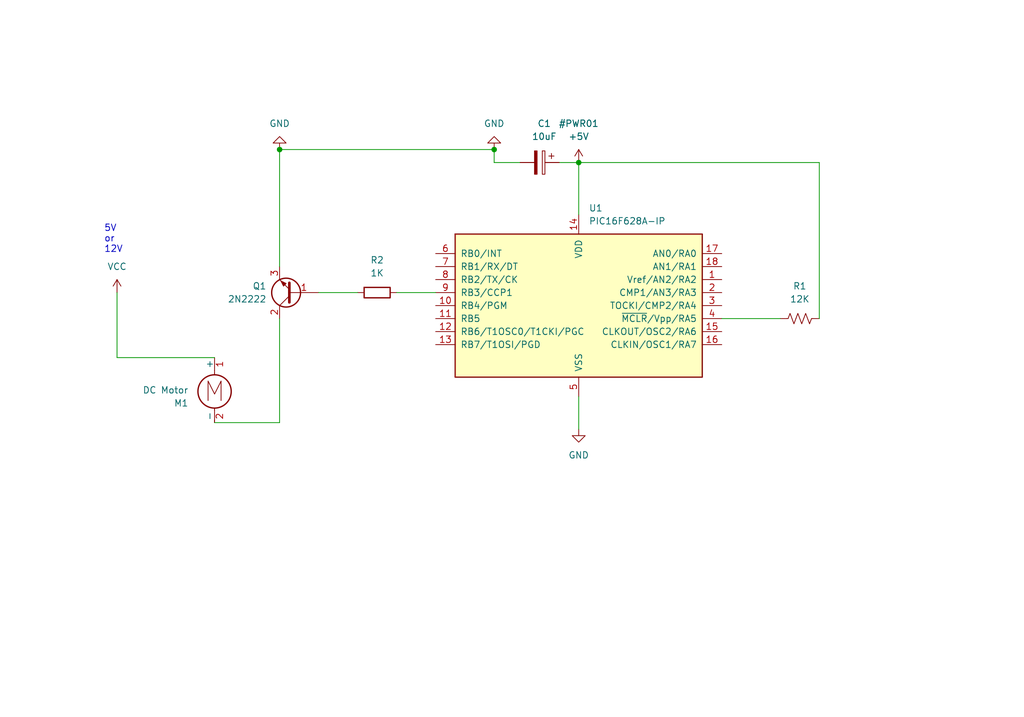
<source format=kicad_sch>
(kicad_sch (version 20230121) (generator eeschema)
  (paper "User" 200 140.005)
  (title_block (title "Basic DC motor Speed Controll with PIC16F628A") (company "Ricardo Lima Caratti"))
  (lib_symbols
    (symbol "Device:C_Polarized" (pin_numbers hide) (pin_names (offset 0.254))
      (property "Reference" "C" (at 0.635 2.54 0))
      (property "Value" "C_Polarized" (at 0.635 -2.54 0))
      (symbol "C_Polarized_0_1"
        (rectangle (start -2.286 0.508) (end 2.286 1.016))
        (polyline (pts (xy -1.778 2.286) (xy -0.762 2.286)))
        (polyline (pts (xy -1.27 2.794) (xy -1.27 1.778)))
        (rectangle (start 2.286 -0.508) (end -2.286 -1.016) (fill (type outline)))
      )
      (symbol "C_Polarized_1_1"
        (pin passive line (at 0 3.81 270) (length 2.794) (name "~") (number "1"))
        (pin passive line (at 0 -3.81 90) (length 2.794) (name "~") (number "2"))
      )
    )
    (symbol "Device:Q_NPN_BCE" (pin_names (offset 0) hide)
      (property "Reference" "Q" (at 5.08 1.27 0))
      (property "Value" "Q_NPN_BCE" (at 5.08 -1.27 0))
      (symbol "Q_NPN_BCE_0_1"
        (polyline (pts (xy 0.635 0.635) (xy 2.54 2.54)))
        (polyline (pts (xy 0.635 -0.635) (xy 2.54 -2.54) (xy 2.54 -2.54)))
        (polyline (pts (xy 0.635 1.905) (xy 0.635 -1.905) (xy 0.635 -1.905)) (stroke (width 0.508)))
        (polyline (pts (xy 1.27 -1.778) (xy 1.778 -1.27) (xy 2.286 -2.286) (xy 1.27 -1.778) (xy 1.27 -1.778)) (fill (type outline)))
        (circle (center 1.27 0) (radius 2.8194) (stroke (width 0.254)))
      )
      (symbol "Q_NPN_BCE_1_1"
        (pin input line (at -5.08 0 0) (length 5.715) (name "B") (number "1"))
        (pin passive line (at 2.54 5.08 270) (length 2.54) (name "C") (number "2"))
        (pin passive line (at 2.54 -5.08 90) (length 2.54) (name "E") (number "3"))
      )
    )
    (symbol "Device:R" (pin_numbers hide) (pin_names (offset 0))
      (property "Reference" "R" (at 2.032 0 90))
      (property "Value" "R" (at 0 0 90))
      (symbol "R_0_1"
        (rectangle (start -1.016 -2.54) (end 1.016 2.54) (stroke (width 0.254)))
      )
      (symbol "R_1_1"
        (pin passive line (at 0 3.81 270) (length 1.27) (name "~") (number "1"))
        (pin passive line (at 0 -3.81 90) (length 1.27) (name "~") (number "2"))
      )
    )
    (symbol "Device:R_US" (pin_numbers hide) (pin_names (offset 0))
      (property "Reference" "R" (at 2.54 0 90))
      (property "Value" "R_US" (at -2.54 0 90))
      (symbol "R_US_0_1"
        (polyline (pts (xy 0 -2.286) (xy 0 -2.54)))
        (polyline (pts (xy 0 2.286) (xy 0 2.54)))
        (polyline (pts (xy 0 -0.762) (xy 1.016 -1.143) (xy 0 -1.524) (xy -1.016 -1.905) (xy 0 -2.286)))
        (polyline (pts (xy 0 0.762) (xy 1.016 0.381) (xy 0 0) (xy -1.016 -0.381) (xy 0 -0.762)))
        (polyline (pts (xy 0 2.286) (xy 1.016 1.905) (xy 0 1.524) (xy -1.016 1.143) (xy 0 0.762)))
      )
      (symbol "R_US_1_1"
        (pin passive line (at 0 3.81 270) (length 1.27) (name "~") (number "1"))
        (pin passive line (at 0 -3.81 90) (length 1.27) (name "~") (number "2"))
      )
    )
    (symbol "MCU_Microchip_PIC16:PIC16F628A-IP" (pin_names (offset 1.016))
      (property "Reference" "U" (at -24.13 17.78 0))
      (property "Value" "PIC16F628A-IP" (at -24.13 15.24 0))
      (symbol "PIC16F628A-IP_0_1"
        (rectangle (start 24.13 13.97) (end -24.13 -13.97) (stroke (width 0.254)) (fill (type background)))
      )
      (symbol "PIC16F628A-IP_1_1"
        (pin bidirectional line (at 27.94 5.08 180) (length 3.81) (name "Vref/AN2/RA2") (number "1"))
        (pin bidirectional line (at -27.94 0 0) (length 3.81) (name "RB4/PGM") (number "10"))
        (pin bidirectional line (at -27.94 -2.54 0) (length 3.81) (name "RB5") (number "11"))
        (pin bidirectional line (at -27.94 -5.08 0) (length 3.81) (name "RB6/T1OSC0/T1CKI/PGC") (number "12"))
        (pin bidirectional line (at -27.94 -7.62 0) (length 3.81) (name "RB7/T1OSI/PGD") (number "13"))
        (pin power_in line (at 0 17.78 270) (length 3.81) (name "VDD") (number "14"))
        (pin bidirectional line (at 27.94 -5.08 180) (length 3.81) (name "CLKOUT/OSC2/RA6") (number "15"))
        (pin bidirectional line (at 27.94 -7.62 180) (length 3.81) (name "CLKIN/OSC1/RA7") (number "16"))
        (pin bidirectional line (at 27.94 10.16 180) (length 3.81) (name "AN0/RA0") (number "17"))
        (pin bidirectional line (at 27.94 7.62 180) (length 3.81) (name "AN1/RA1") (number "18"))
        (pin bidirectional line (at 27.94 2.54 180) (length 3.81) (name "CMP1/AN3/RA3") (number "2"))
        (pin bidirectional line (at 27.94 0 180) (length 3.81) (name "TOCKI/CMP2/RA4") (number "3"))
        (pin input line (at 27.94 -2.54 180) (length 3.81) (name "~{MCLR}/Vpp/RA5") (number "4"))
        (pin power_in line (at 0 -17.78 90) (length 3.81) (name "VSS") (number "5"))
        (pin bidirectional line (at -27.94 10.16 0) (length 3.81) (name "RB0/INT") (number "6"))
        (pin bidirectional line (at -27.94 7.62 0) (length 3.81) (name "RB1/RX/DT") (number "7"))
        (pin bidirectional line (at -27.94 5.08 0) (length 3.81) (name "RB2/TX/CK") (number "8"))
        (pin bidirectional line (at -27.94 2.54 0) (length 3.81) (name "RB3/CCP1") (number "9"))
      )
    )
    (symbol "Motor:Motor_DC" (pin_names (offset 0))
      (property "Reference" "M" (at 2.54 2.54 0))
      (property "Value" "Motor_DC" (at 2.54 -5.08 0))
      (symbol "Motor_DC_0_0"
        (polyline (pts (xy -1.27 -3.302) (xy -1.27 0.508) (xy 0 -2.032) (xy 1.27 0.508) (xy 1.27 -3.302)))
      )
      (symbol "Motor_DC_0_1"
        (circle (center 0 -1.524) (radius 3.2512) (stroke (width 0.254)))
        (polyline (pts (xy 0 -7.62) (xy 0 -7.112)))
        (polyline (pts (xy 0 -4.7752) (xy 0 -5.1816)))
        (polyline (pts (xy 0 1.7272) (xy 0 2.0828)))
        (polyline (pts (xy 0 2.032) (xy 0 2.54)))
      )
      (symbol "Motor_DC_1_1"
        (pin passive line (at 0 5.08 270) (length 2.54) (name "+") (number "1"))
        (pin passive line (at 0 -7.62 90) (length 2.54) (name "-") (number "2"))
      )
    )
    (symbol "power:+5V" (power) (pin_names (offset 0))
      (property "Value" "+5V" (at 0 3.556 0))
      (symbol "+5V_0_1"
        (polyline (pts (xy -0.762 1.27) (xy 0 2.54)))
        (polyline (pts (xy 0 0) (xy 0 2.54)))
        (polyline (pts (xy 0 2.54) (xy 0.762 1.27)))
      )
      (symbol "+5V_1_1"
        (pin power_in line (at 0 0 90) (length 0) hide (name "+5V") (number "1"))
      )
    )
    (symbol "power:GND" (power) (pin_names (offset 0))
      (property "Value" "GND" (at 0 -3.81 0))
      (symbol "GND_0_1"
        (polyline (pts (xy 0 0) (xy 0 -1.27) (xy 1.27 -1.27) (xy 0 -2.54) (xy -1.27 -1.27) (xy 0 -1.27)))
      )
      (symbol "GND_1_1"
        (pin power_in line (at 0 0 270) (length 0) hide (name "GND") (number "1"))
      )
    )
    (symbol "power:VCC" (power) (pin_names (offset 0))
      (property "Value" "VCC" (at 0 3.81 0))
      (symbol "VCC_0_1"
        (polyline (pts (xy -0.762 1.27) (xy 0 2.54)))
        (polyline (pts (xy 0 0) (xy 0 2.54)))
        (polyline (pts (xy 0 2.54) (xy 0.762 1.27)))
      )
      (symbol "VCC_1_1"
        (pin power_in line (at 0 0 90) (length 0) hide (name "VCC") (number "1"))
      )
    )
  )
  (junction (at 54.61 29.21))
  (junction (at 113.03 31.75))
  (junction (at 96.52 29.21))
  (wire (pts (xy 22.86 57.15) (xy 22.86 69.85)))
  (wire (pts (xy 113.03 77.47) (xy 113.03 83.82)))
  (wire (pts (xy 160.02 62.23) (xy 160.02 31.75)))
  (wire (pts (xy 101.6 31.75) (xy 96.52 31.75)))
  (wire (pts (xy 54.61 62.23) (xy 54.61 82.55)))
  (wire (pts (xy 109.22 31.75) (xy 113.03 31.75)))
  (wire (pts (xy 160.02 31.75) (xy 113.03 31.75)))
  (wire (pts (xy 54.61 29.21) (xy 96.52 29.21)))
  (wire (pts (xy 140.97 62.23) (xy 152.4 62.23)))
  (wire (pts (xy 113.03 41.91) (xy 113.03 31.75)))
  (wire (pts (xy 62.23 57.15) (xy 69.85 57.15)))
  (wire (pts (xy 77.47 57.15) (xy 85.09 57.15)))
  (wire (pts (xy 41.91 82.55) (xy 54.61 82.55)))
  (wire (pts (xy 22.86 69.85) (xy 41.91 69.85)))
  (wire (pts (xy 96.52 29.21) (xy 96.52 31.75)))
  (wire (pts (xy 54.61 29.21) (xy 54.61 52.07)))
  (text "5V \nor\n12V" (at 20.32 49.53 0) (effects (font (size 1.27 1.27)) (justify left bottom)))
  (symbol (lib_id "Device:R_US") (at 156.21 62.23 90) (unit 1)
    (property "Reference" "R1" (at 156.21 55.88 90))
    (property "Value" "12K" (at 156.21 58.42 90))
  )
  (symbol (lib_id "Device:Q_NPN_BCE") (at 57.15 57.15 180) (unit 1)
    (property "Reference" "Q1" (at 52.07 55.88 0) (effects (justify left)))
    (property "Value" "2N2222" (at 52.07 58.42 0) (effects (justify left)))
  )
  (symbol (lib_id "Device:C_Polarized") (at 105.41 31.75 270) (unit 1)
    (property "Reference" "C1" (at 106.299 24.13 90))
    (property "Value" "10uF" (at 106.299 26.67 90))
  )
  (symbol (lib_id "power:GND") (at 113.03 83.82 0) (unit 1)
    (property "Reference" "#PWR03" (effects hide))
    (property "Value" "GND" (at 113.03 88.9 0))
  )
  (symbol (lib_id "Motor:Motor_DC") (at 41.91 74.93 0) (unit 1)
    (property "Reference" "M1" (at 36.83 78.74 0) (effects (justify right)))
    (property "Value" "DC Motor" (at 36.83 76.2 0) (effects (justify right)))
  )
  (symbol (lib_id "Device:R") (at 73.66 57.15 270) (unit 1)
    (property "Reference" "R2" (at 73.66 50.8 90))
    (property "Value" "1K" (at 73.66 53.34 90))
  )
  (symbol (lib_id "power:GND") (at 54.61 29.21 180) (unit 1)
    (property "Reference" "#PWR02" (effects hide))
    (property "Value" "GND" (at 54.61 24.13 0))
  )
  (symbol (lib_id "power:GND") (at 96.52 29.21 180) (unit 1)
    (property "Reference" "#PWR04" (effects hide))
    (property "Value" "GND" (at 96.52 24.13 0))
  )
  (symbol (lib_id "power:+5V") (at 113.03 31.75 0) (unit 1)
    (property "Reference" "#PWR01" (at 113.03 24.13 0))
    (property "Value" "+5V" (at 113.03 26.67 0))
  )
  (symbol (lib_id "MCU_Microchip_PIC16:PIC16F628A-IP") (at 113.03 59.69 0) (unit 1)
    (property "Reference" "U1" (at 114.9859 40.64 0) (effects (justify left)))
    (property "Value" "PIC16F628A-IP" (at 114.9859 43.18 0) (effects (justify left)))
    (property "Datasheet" "http://ww1.microchip.com/downloads/en/DeviceDoc/40300c.pdf" (effects hide))
  )
  (symbol (lib_id "power:VCC") (at 22.86 57.15 0) (unit 1)
    (property "Reference" "#12V" (effects hide))
    (property "Value" "VCC" (at 22.86 52.07 0))
  )
)
</source>
